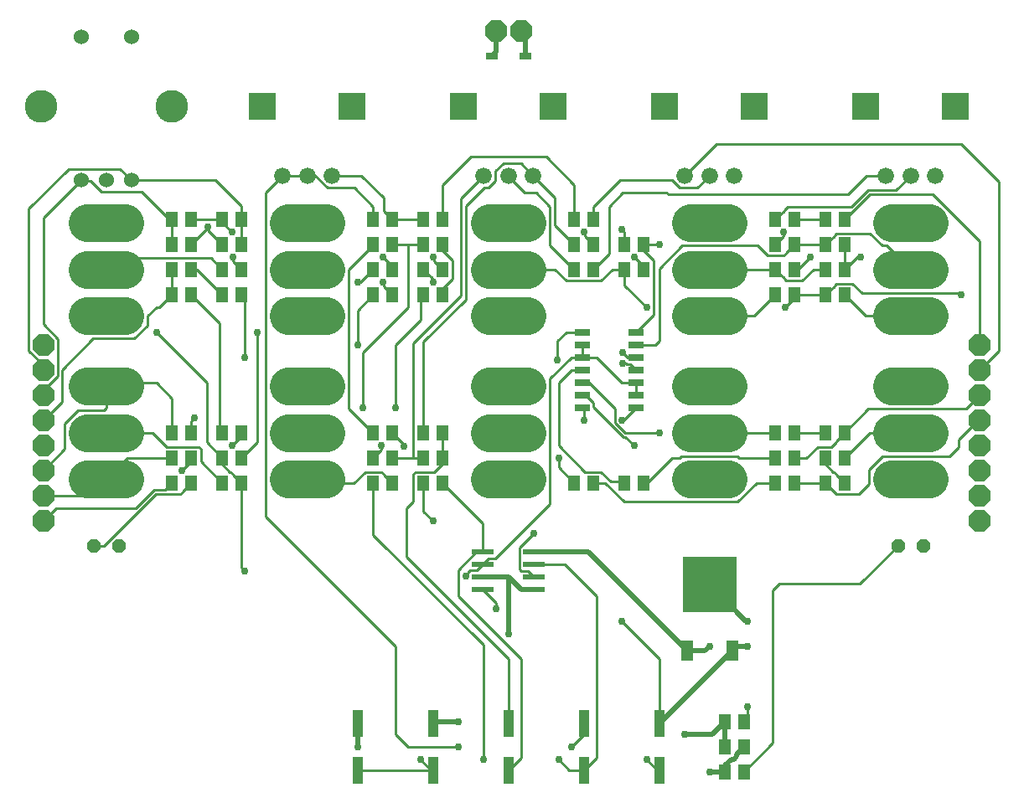
<source format=gbr>
G04 EAGLE Gerber RS-274X export*
G75*
%MOMM*%
%FSLAX34Y34*%
%LPD*%
%INTop Copper*%
%IPPOS*%
%AMOC8*
5,1,8,0,0,1.08239X$1,22.5*%
G01*
%ADD10P,2.336880X8X22.500000*%
%ADD11C,1.676400*%
%ADD12R,2.800000X2.800000*%
%ADD13R,1.000000X2.800000*%
%ADD14R,1.300000X1.500000*%
%ADD15R,1.200000X0.750000*%
%ADD16R,1.300000X2.150000*%
%ADD17R,5.500000X5.700000*%
%ADD18R,2.200000X0.600000*%
%ADD19R,1.525000X0.650000*%
%ADD20P,1.429621X8X22.500000*%
%ADD21C,3.810000*%
%ADD22C,1.524000*%
%ADD23C,3.302000*%
%ADD24C,0.508000*%
%ADD25C,0.756400*%
%ADD26C,0.254000*%


D10*
X984250Y355600D03*
X495300Y774700D03*
X38100Y457200D03*
D11*
X329800Y628500D03*
X304800Y628500D03*
X279800Y628500D03*
D12*
X259800Y698500D03*
X349800Y698500D03*
D13*
X355600Y27300D03*
X355600Y74300D03*
X660400Y27300D03*
X660400Y74300D03*
X431800Y27300D03*
X431800Y74300D03*
D14*
X168300Y558800D03*
X187300Y558800D03*
X574700Y584200D03*
X593700Y584200D03*
X796900Y584200D03*
X777900Y584200D03*
X219100Y558800D03*
X238100Y558800D03*
X422300Y342900D03*
X441300Y342900D03*
X574700Y558800D03*
X593700Y558800D03*
X574700Y533400D03*
X593700Y533400D03*
X390500Y584200D03*
X371500Y584200D03*
X777900Y317500D03*
X796900Y317500D03*
D13*
X508000Y27300D03*
X508000Y74300D03*
D14*
X777900Y342900D03*
X796900Y342900D03*
X371500Y558800D03*
X390500Y558800D03*
X187300Y533400D03*
X168300Y533400D03*
X644500Y558800D03*
X625500Y558800D03*
X828700Y317500D03*
X847700Y317500D03*
X847700Y368300D03*
X828700Y368300D03*
X422300Y558800D03*
X441300Y558800D03*
X168300Y508000D03*
X187300Y508000D03*
D13*
X584200Y27300D03*
X584200Y74300D03*
D15*
X491000Y749300D03*
X525000Y749300D03*
D10*
X38100Y330200D03*
X38100Y431800D03*
X38100Y406400D03*
X984250Y431800D03*
D11*
X736200Y628500D03*
X711200Y628500D03*
X686200Y628500D03*
D12*
X666200Y698500D03*
X756200Y698500D03*
D10*
X520700Y774700D03*
X984250Y304800D03*
D16*
X688350Y148000D03*
D17*
X711200Y214650D03*
D16*
X734050Y148000D03*
D18*
X482000Y234950D03*
X534000Y234950D03*
X482000Y247650D03*
X482000Y222250D03*
X482000Y209550D03*
X534000Y247650D03*
X534000Y222250D03*
X534000Y209550D03*
D19*
X582480Y469900D03*
X582480Y457200D03*
X582480Y444500D03*
X582480Y431800D03*
X582480Y419100D03*
X582480Y406400D03*
X582480Y393700D03*
X636720Y393700D03*
X636720Y406400D03*
X636720Y419100D03*
X636720Y431800D03*
X636720Y444500D03*
X636720Y457200D03*
X636720Y469900D03*
D20*
X901700Y254000D03*
X927100Y254000D03*
X88900Y254000D03*
X114300Y254000D03*
D11*
X939400Y628500D03*
X914400Y628500D03*
X889400Y628500D03*
D12*
X869400Y698500D03*
X959400Y698500D03*
D10*
X984250Y457200D03*
X984250Y381000D03*
X984250Y406400D03*
X38100Y355600D03*
X38100Y381000D03*
D14*
X727100Y50800D03*
X746100Y50800D03*
X847700Y558800D03*
X828700Y558800D03*
X219100Y317500D03*
X238100Y317500D03*
X168300Y368300D03*
X187300Y368300D03*
X168300Y342900D03*
X187300Y342900D03*
X828700Y508000D03*
X847700Y508000D03*
X796900Y508000D03*
X777900Y508000D03*
X371500Y533400D03*
X390500Y533400D03*
X219100Y342900D03*
X238100Y342900D03*
X219100Y533400D03*
X238100Y533400D03*
X746100Y76200D03*
X727100Y76200D03*
X187300Y317500D03*
X168300Y317500D03*
X187300Y584200D03*
X168300Y584200D03*
X219100Y584200D03*
X238100Y584200D03*
X796900Y558800D03*
X777900Y558800D03*
X441300Y584200D03*
X422300Y584200D03*
X847700Y584200D03*
X828700Y584200D03*
X777900Y533400D03*
X796900Y533400D03*
X422300Y368300D03*
X441300Y368300D03*
X371500Y342900D03*
X390500Y342900D03*
X441300Y317500D03*
X422300Y317500D03*
X593700Y317500D03*
X574700Y317500D03*
X644500Y317500D03*
X625500Y317500D03*
X371500Y368300D03*
X390500Y368300D03*
X219100Y508000D03*
X238100Y508000D03*
X644500Y533400D03*
X625500Y533400D03*
X847700Y533400D03*
X828700Y533400D03*
X441300Y533400D03*
X422300Y533400D03*
X746100Y25400D03*
X727100Y25400D03*
X847700Y342900D03*
X828700Y342900D03*
X777900Y368300D03*
X796900Y368300D03*
X422300Y508000D03*
X441300Y508000D03*
X238100Y368300D03*
X219100Y368300D03*
X390500Y317500D03*
X371500Y317500D03*
X371500Y508000D03*
X390500Y508000D03*
D21*
X895350Y321310D02*
X933450Y321310D01*
X933450Y368300D02*
X895350Y368300D01*
X895350Y415290D02*
X933450Y415290D01*
X323850Y321310D02*
X285750Y321310D01*
X285750Y368300D02*
X323850Y368300D01*
X323850Y415290D02*
X285750Y415290D01*
X120650Y415290D02*
X82550Y415290D01*
X82550Y368300D02*
X120650Y368300D01*
X120650Y321310D02*
X82550Y321310D01*
X895350Y580390D02*
X933450Y580390D01*
X933450Y533400D02*
X895350Y533400D01*
X895350Y486410D02*
X933450Y486410D01*
X730250Y580390D02*
X692150Y580390D01*
X692150Y533400D02*
X730250Y533400D01*
X730250Y486410D02*
X692150Y486410D01*
X527050Y580390D02*
X488950Y580390D01*
X488950Y533400D02*
X527050Y533400D01*
X527050Y486410D02*
X488950Y486410D01*
X323850Y580390D02*
X285750Y580390D01*
X285750Y533400D02*
X323850Y533400D01*
X323850Y486410D02*
X285750Y486410D01*
X120650Y580390D02*
X82550Y580390D01*
X82550Y533400D02*
X120650Y533400D01*
X120650Y486410D02*
X82550Y486410D01*
X692150Y321310D02*
X730250Y321310D01*
X730250Y368300D02*
X692150Y368300D01*
X692150Y415290D02*
X730250Y415290D01*
X527050Y321310D02*
X488950Y321310D01*
X488950Y368300D02*
X527050Y368300D01*
X527050Y415290D02*
X488950Y415290D01*
D10*
X984250Y330200D03*
X38100Y279400D03*
D22*
X101600Y623570D03*
X76200Y768350D03*
D23*
X35560Y698500D03*
X167640Y698500D03*
D22*
X127000Y768350D03*
X76200Y623570D03*
X127000Y623570D03*
D11*
X533000Y628500D03*
X508000Y628500D03*
X483000Y628500D03*
D12*
X463000Y698500D03*
X553000Y698500D03*
D10*
X984250Y279400D03*
X38100Y304800D03*
D24*
X491000Y749300D02*
X495300Y753600D01*
X495300Y774700D01*
D25*
X711200Y152400D03*
D24*
X706800Y148000D01*
X688350Y148000D01*
X588700Y247650D02*
X534000Y247650D01*
X588700Y247650D02*
X688350Y148000D01*
X355600Y74300D02*
X355600Y50800D01*
D25*
X355600Y50800D03*
D24*
X727100Y31800D02*
X727100Y25400D01*
X727100Y31800D02*
X733520Y38220D01*
X735704Y38220D01*
X738680Y41196D01*
X738680Y43380D01*
X746100Y50800D01*
X727100Y25400D02*
X711200Y25400D01*
D25*
X711200Y25400D03*
D24*
X525000Y749300D02*
X525000Y770400D01*
X520700Y774700D01*
X711200Y214650D02*
X748050Y177800D01*
X749300Y177800D01*
D25*
X749300Y177800D03*
D26*
X187300Y339700D02*
X187300Y342900D01*
X187300Y339700D02*
X177800Y330200D01*
D25*
X177800Y330200D03*
X584200Y571500D03*
D26*
X431800Y27300D02*
X429900Y27300D01*
X419100Y38100D01*
D25*
X419100Y38100D03*
D26*
X495300Y196250D02*
X482000Y209550D01*
X495300Y196250D02*
X495300Y190500D01*
D25*
X495300Y190500D03*
D26*
X658500Y27300D02*
X660400Y27300D01*
X658500Y27300D02*
X647700Y38100D01*
D25*
X647700Y38100D03*
X379730Y355600D03*
D26*
X379730Y351130D01*
X371500Y342900D01*
X355600Y27300D02*
X431800Y27300D01*
X593700Y558800D02*
X585010Y567490D01*
X585010Y567878D01*
X584200Y568688D01*
X584200Y571500D01*
X582480Y393700D02*
X584200Y391980D01*
X584200Y381000D01*
D25*
X584200Y381000D03*
X431800Y520700D03*
D26*
X430990Y524710D02*
X422300Y533400D01*
X430990Y524710D02*
X430990Y524322D01*
X431800Y523512D01*
X431800Y520700D01*
D25*
X381000Y520700D03*
D26*
X381810Y516690D02*
X390500Y508000D01*
X381810Y516690D02*
X381810Y517078D01*
X381000Y517888D01*
X381000Y520700D01*
X204470Y573430D02*
X204470Y576580D01*
X204470Y573430D02*
X219100Y558800D01*
D25*
X204470Y576580D03*
D26*
X204470Y575970D01*
X187300Y558800D01*
X625500Y558800D02*
X625500Y570840D01*
X622300Y574040D01*
D25*
X622300Y574040D03*
D26*
X786130Y571500D02*
X786130Y567030D01*
X777900Y558800D01*
D25*
X786130Y571500D03*
D26*
X796900Y533400D02*
X800100Y533400D01*
X812800Y546100D01*
D25*
X812800Y546100D03*
D26*
X749300Y79400D02*
X746100Y76200D01*
X749300Y79400D02*
X749300Y91440D01*
D25*
X749300Y91440D03*
D26*
X187300Y368300D02*
X187300Y380340D01*
X190500Y383540D01*
D25*
X190500Y383540D03*
D24*
X660400Y74300D02*
X734050Y147950D01*
X734050Y148000D01*
D25*
X749300Y152400D03*
D24*
X738500Y152400D01*
X734050Y147950D01*
D25*
X228600Y571500D03*
D26*
X219100Y581000D02*
X219100Y584200D01*
X219100Y581000D02*
X228600Y571500D01*
X219100Y342900D02*
X219100Y336500D01*
X229410Y326190D02*
X238100Y317500D01*
X229410Y326190D02*
X229410Y326578D01*
X227178Y328810D01*
X226790Y328810D01*
X219100Y336500D01*
D25*
X965200Y508000D03*
D26*
X855778Y519310D02*
X839622Y519310D01*
X963930Y509270D02*
X965200Y508000D01*
X963930Y509270D02*
X865818Y509270D01*
X855778Y519310D01*
X828700Y508000D02*
X796900Y508000D01*
X828700Y508000D02*
X837390Y516690D01*
X837390Y517078D01*
X839622Y519310D01*
D25*
X355600Y520700D03*
D26*
X238100Y317500D02*
X238100Y231800D01*
X241300Y228600D01*
D25*
X241300Y228600D03*
D26*
X660400Y139700D02*
X660400Y74300D01*
X660400Y139700D02*
X622300Y177800D01*
D25*
X622300Y177800D03*
D26*
X358800Y520700D02*
X355600Y520700D01*
X358800Y520700D02*
X371500Y533400D01*
X219100Y584200D02*
X187300Y584200D01*
X644500Y558800D02*
X644500Y552788D01*
X654810Y542478D01*
X654810Y487990D01*
X636720Y469900D01*
X219100Y342900D02*
X203200Y358800D01*
X203200Y419100D02*
X152400Y469900D01*
D25*
X152400Y469900D03*
D26*
X203200Y419100D02*
X203200Y358800D01*
X796900Y504800D02*
X796900Y508000D01*
X796900Y504800D02*
X787400Y495300D01*
D25*
X787400Y495300D03*
X660400Y558800D03*
D26*
X644500Y558800D01*
D24*
X433700Y76200D02*
X431800Y74300D01*
X433700Y76200D02*
X457200Y76200D01*
D25*
X457200Y76200D03*
X508000Y165100D03*
D24*
X508000Y222250D02*
X482000Y222250D01*
X508000Y222250D02*
X520700Y209550D01*
X534000Y209550D01*
X714400Y63500D02*
X727100Y76200D01*
X714400Y63500D02*
X685800Y63500D01*
D25*
X685800Y63500D03*
D24*
X727100Y50800D02*
X727100Y76200D01*
X508000Y165100D02*
X508000Y222250D01*
D26*
X38100Y431800D02*
X38100Y436545D01*
X23495Y451150D01*
X23495Y594995D01*
X63500Y635000D01*
X115570Y635000D02*
X127000Y623570D01*
X115570Y635000D02*
X63500Y635000D01*
X238100Y584200D02*
X238100Y558800D01*
X211818Y623570D02*
X127000Y623570D01*
X238100Y597288D02*
X238100Y584200D01*
X238100Y597288D02*
X211818Y623570D01*
X75565Y622935D02*
X38100Y585470D01*
X75565Y622935D02*
X76200Y623570D01*
X38100Y411145D02*
X38100Y406400D01*
X38100Y477855D02*
X38100Y585470D01*
X52705Y425750D02*
X38100Y411145D01*
X52705Y425750D02*
X52705Y463250D01*
X38100Y477855D01*
X168300Y558800D02*
X168300Y584200D01*
X86071Y622935D02*
X75565Y622935D01*
X86071Y622935D02*
X96866Y612140D01*
X114300Y612140D02*
X114960Y612140D01*
X114300Y612140D02*
X96866Y612140D01*
X114960Y612140D02*
X137160Y612140D01*
X165100Y584200D02*
X168300Y584200D01*
X165100Y584200D02*
X137160Y612140D01*
X837390Y567878D02*
X839622Y570110D01*
X885881Y557530D02*
X890270Y557530D01*
X914400Y533400D01*
X837390Y567490D02*
X828700Y558800D01*
X837390Y567490D02*
X837390Y567878D01*
X839622Y570110D02*
X873301Y570110D01*
X885881Y557530D01*
X828700Y558800D02*
X796900Y558800D01*
X788210Y549722D02*
X785978Y547490D01*
X769822Y547490D01*
X788210Y550110D02*
X796900Y558800D01*
X788210Y550110D02*
X788210Y549722D01*
X769822Y547490D02*
X759782Y557530D01*
X683951Y557530D02*
X660400Y533979D01*
X683951Y557530D02*
X759782Y557530D01*
X660400Y461010D02*
X656590Y457200D01*
X636720Y457200D01*
X660400Y461010D02*
X660400Y533979D01*
X788822Y522090D02*
X804978Y522090D01*
X788822Y522090D02*
X786590Y524322D01*
X816288Y533400D02*
X828700Y533400D01*
X786590Y524710D02*
X786590Y524322D01*
X786590Y524710D02*
X777900Y533400D01*
X804978Y522090D02*
X816288Y533400D01*
D25*
X660400Y368300D03*
D26*
X615724Y378276D02*
X615724Y392656D01*
X615724Y378276D02*
X625700Y368300D01*
X660400Y368300D01*
X589280Y419100D02*
X582480Y419100D01*
X589280Y419100D02*
X615724Y392656D01*
X711200Y533400D02*
X777900Y533400D01*
D25*
X431800Y546100D03*
D26*
X432610Y542090D02*
X441300Y533400D01*
X432610Y542090D02*
X432610Y542478D01*
X431800Y543288D01*
X431800Y546100D01*
X508000Y533400D02*
X555312Y533400D01*
X613088Y533400D02*
X625500Y533400D01*
X566622Y522090D02*
X555312Y533400D01*
X566622Y522090D02*
X601778Y522090D01*
X613088Y533400D01*
X625500Y533400D02*
X625500Y517500D01*
X647700Y495300D01*
D25*
X647700Y495300D03*
X635000Y355600D03*
D26*
X626364Y364236D01*
X624017Y364236D01*
X593915Y394338D01*
X593915Y398528D01*
X586043Y406400D01*
X582480Y406400D01*
X229870Y541630D02*
X229870Y546100D01*
X229870Y541630D02*
X238100Y533400D01*
D25*
X229870Y546100D03*
D26*
X628650Y444500D02*
X636720Y444500D01*
X628650Y444500D02*
X623570Y449580D01*
D25*
X623570Y449580D03*
X355600Y457200D03*
D26*
X355600Y492100D01*
X371500Y508000D01*
X50800Y292100D02*
X38100Y279400D01*
X50800Y292100D02*
X131925Y292100D01*
X150079Y310254D01*
X161054Y310254D02*
X168300Y317500D01*
X161054Y310254D02*
X150079Y310254D01*
X176378Y306190D02*
X178610Y308422D01*
X178610Y308810D01*
X187300Y317500D01*
X99572Y254000D02*
X88900Y254000D01*
X99572Y254000D02*
X151762Y306190D01*
X176378Y306190D01*
X847700Y508000D02*
X869290Y486410D01*
X914400Y486410D01*
X777900Y508000D02*
X756310Y486410D01*
X711200Y486410D01*
X390500Y533400D02*
X390500Y536600D01*
X381000Y546100D01*
D25*
X381000Y546100D03*
D26*
X254000Y358800D02*
X238100Y342900D01*
X254000Y358800D02*
X254000Y469900D01*
D25*
X254000Y469900D03*
D26*
X101600Y415290D02*
X101600Y393700D01*
X73081Y391160D02*
X59690Y377769D01*
X73081Y391160D02*
X99060Y391160D01*
X101600Y393700D01*
X59690Y351790D02*
X38100Y330200D01*
X59690Y351790D02*
X59690Y377769D01*
X101600Y415290D02*
X105410Y419100D01*
X152400Y419100D01*
X168300Y403200D02*
X168300Y368300D01*
X168300Y403200D02*
X152400Y419100D01*
X168300Y342900D02*
X123190Y342900D01*
X101600Y321310D01*
X85090Y304800D02*
X38100Y304800D01*
X85090Y304800D02*
X101600Y321310D01*
X847700Y584200D02*
X873100Y609600D01*
X936569Y609600D02*
X984250Y561919D01*
X936569Y609600D02*
X873100Y609600D01*
X984250Y561919D02*
X984250Y457200D01*
X441300Y584200D02*
X441300Y619100D01*
X469900Y647700D01*
X546100Y647700D01*
X574700Y619100D02*
X574700Y584200D01*
X574700Y619100D02*
X546100Y647700D01*
X304800Y321310D02*
X308610Y317500D01*
X363422Y328810D02*
X379578Y328810D01*
X381810Y326578D01*
X352112Y317500D02*
X308610Y317500D01*
X381810Y326190D02*
X381810Y326578D01*
X381810Y326190D02*
X390500Y317500D01*
X363422Y328810D02*
X352112Y317500D01*
D25*
X533400Y266700D03*
D26*
X519190Y230372D02*
X521422Y228140D01*
X528110Y228140D01*
X533400Y266438D02*
X533400Y266700D01*
X519190Y252228D02*
X519190Y230372D01*
X519190Y252228D02*
X533400Y266438D01*
X528110Y228140D02*
X534000Y222250D01*
D25*
X241300Y444500D03*
X623570Y438150D03*
D26*
X626807Y438150D01*
X627517Y437440D01*
X631080Y437440D01*
X636720Y431800D01*
X241300Y504800D02*
X238100Y508000D01*
X241300Y504800D02*
X241300Y444500D01*
D25*
X402590Y354330D03*
D26*
X624020Y381000D02*
X636720Y393700D01*
X624020Y381000D02*
X622300Y381000D01*
D25*
X622300Y381000D03*
D26*
X402590Y356210D02*
X390500Y368300D01*
X402590Y356210D02*
X402590Y354330D01*
X571500Y431800D02*
X582480Y431800D01*
X571500Y431800D02*
X558800Y419100D01*
X558800Y355600D01*
X585590Y328810D02*
X601778Y328810D01*
X611344Y319244D01*
X585590Y328810D02*
X558800Y355600D01*
X623756Y319244D02*
X625500Y317500D01*
X623756Y319244D02*
X611344Y319244D01*
D25*
X464820Y223520D03*
D26*
X467190Y226828D02*
X469422Y229060D01*
X476110Y229060D01*
X482000Y234950D01*
X467190Y225890D02*
X464820Y223520D01*
X467190Y225890D02*
X467190Y226828D01*
X431800Y279400D02*
X422300Y288900D01*
D25*
X431800Y279400D03*
D26*
X422300Y288900D02*
X422300Y317500D01*
X487890Y240840D02*
X482000Y234950D01*
X487890Y240840D02*
X494578Y240840D01*
X549910Y296172D01*
X636720Y406400D02*
X636720Y419100D01*
X582480Y444500D02*
X582480Y457200D01*
X582480Y444500D02*
X571500Y444500D01*
X549910Y422910D01*
X549910Y296172D01*
X582480Y444500D02*
X596900Y444500D01*
X622300Y419100D01*
X636720Y419100D01*
D25*
X557530Y441960D03*
X558800Y342900D03*
D26*
X558800Y333400D01*
X557530Y441960D02*
X557530Y461010D01*
X566420Y469900D01*
X582480Y469900D01*
X558800Y333400D02*
X574700Y317500D01*
X777900Y584200D02*
X786590Y592890D01*
X786590Y593278D01*
X790212Y596900D01*
X854653Y596900D02*
X871417Y613664D01*
X899564Y613664D02*
X914400Y628500D01*
X899564Y613664D02*
X871417Y613664D01*
X854653Y596900D02*
X790212Y596900D01*
X796900Y584200D02*
X828700Y584200D01*
X574700Y558800D02*
X554990Y578510D01*
X554990Y606510D02*
X533000Y628500D01*
X554990Y606510D02*
X554990Y578510D01*
X533000Y628500D02*
X520808Y640692D01*
X495192Y623450D02*
X488050Y616308D01*
X483616Y616308D01*
X464820Y597512D01*
X495192Y632934D02*
X502950Y640692D01*
X495192Y632934D02*
X495192Y623450D01*
X502950Y640692D02*
X520808Y640692D01*
X422300Y460400D02*
X422300Y368300D01*
X464820Y502920D02*
X464820Y597512D01*
X464820Y502920D02*
X422300Y460400D01*
X422300Y342900D02*
X411480Y342900D01*
X390500Y342900D01*
X411480Y342900D02*
X411480Y458792D01*
X459740Y507052D01*
X459740Y605240D02*
X483000Y628500D01*
X459740Y605240D02*
X459740Y507052D01*
X549910Y558190D02*
X574700Y533400D01*
X549910Y558190D02*
X549910Y596900D01*
X535940Y610870D01*
X524510Y610870D01*
X508000Y627380D01*
X508000Y628500D01*
X593700Y533400D02*
X609600Y549300D01*
X609600Y596900D01*
X623570Y610870D01*
X668020Y610870D01*
X669290Y609600D01*
X850900Y609600D01*
X869800Y628500D02*
X889400Y628500D01*
X869800Y628500D02*
X850900Y609600D01*
X520700Y40000D02*
X508000Y27300D01*
X520700Y40000D02*
X520700Y139700D01*
X457200Y229538D02*
X475312Y247650D01*
X457200Y229538D02*
X457200Y203200D01*
X475312Y247650D02*
X482000Y247650D01*
X482000Y276800D02*
X441300Y317500D01*
X482000Y276800D02*
X482000Y247650D01*
X457200Y203200D02*
X520700Y139700D01*
X508000Y139700D02*
X508000Y74300D01*
X405130Y242570D02*
X405130Y292100D01*
X405130Y242570D02*
X508000Y139700D01*
X441300Y342900D02*
X441300Y368300D01*
X414222Y328810D02*
X411990Y326578D01*
X411990Y298960D02*
X405130Y292100D01*
X433222Y328810D02*
X441300Y336888D01*
X441300Y342900D01*
X411990Y326578D02*
X411990Y298960D01*
X414222Y328810D02*
X433222Y328810D01*
D25*
X863600Y546100D03*
D26*
X113030Y544830D02*
X101600Y533400D01*
X207670Y544830D02*
X219100Y533400D01*
X207670Y544830D02*
X113030Y544830D01*
X847700Y533400D02*
X847700Y558800D01*
X860400Y546100D02*
X847700Y533400D01*
X860400Y546100D02*
X863600Y546100D01*
X644500Y536600D02*
X644500Y533400D01*
X644500Y536600D02*
X635000Y546100D01*
D25*
X635000Y546100D03*
D26*
X775208Y54508D02*
X746100Y25400D01*
X775208Y208696D02*
X781904Y215392D01*
X775208Y208696D02*
X775208Y54508D01*
X781904Y215392D02*
X863092Y215392D01*
X901700Y254000D01*
X381810Y605978D02*
X359288Y628500D01*
X329800Y628500D01*
X381810Y605978D02*
X381810Y592890D01*
X390500Y584200D01*
X422300Y584200D01*
X965200Y660400D02*
X1003300Y622300D01*
X1003300Y450850D02*
X984250Y431800D01*
X749300Y660400D02*
X743100Y660400D01*
X749300Y660400D02*
X965200Y660400D01*
X1003300Y622300D02*
X1003300Y450850D01*
X718100Y660400D02*
X686200Y628500D01*
X718100Y660400D02*
X743100Y660400D01*
X620700Y623900D02*
X593700Y596900D01*
X593700Y584200D01*
X620700Y623900D02*
X673558Y623900D01*
X681150Y616308D01*
X699008Y616308D01*
X711200Y628500D01*
X596900Y40000D02*
X584200Y27300D01*
X596900Y203200D02*
X565150Y234950D01*
X534000Y234950D01*
X596900Y203200D02*
X596900Y40000D01*
D25*
X482600Y38100D03*
D26*
X482600Y153605D01*
D25*
X558800Y38100D03*
D26*
X569600Y27300D01*
X584200Y27300D01*
X371500Y264705D02*
X371500Y317500D01*
X371500Y264705D02*
X482600Y153605D01*
X197610Y351978D02*
X195378Y354210D01*
X197610Y351978D02*
X197610Y338990D01*
X219100Y317500D01*
X148912Y368300D02*
X101600Y368300D01*
X148912Y368300D02*
X163002Y354210D01*
X195378Y354210D01*
X796900Y317500D02*
X828312Y317500D01*
X828700Y317500D01*
X963295Y353695D02*
X963295Y361650D01*
X963295Y353695D02*
X953770Y344170D01*
X982645Y381000D02*
X984250Y381000D01*
X982645Y381000D02*
X963295Y361650D01*
X953770Y344170D02*
X885881Y344170D01*
X862210Y306190D02*
X839622Y306190D01*
X828312Y317500D01*
X862210Y306190D02*
X872490Y316470D01*
X872490Y330779D01*
X885881Y344170D01*
X777900Y317500D02*
X758769Y317500D01*
X739719Y298450D01*
X606112Y317500D02*
X593700Y317500D01*
X606112Y317500D02*
X625162Y298450D01*
X739719Y298450D01*
X828700Y336500D02*
X828700Y342900D01*
X839010Y326190D02*
X847700Y317500D01*
X839010Y326190D02*
X839010Y326578D01*
X836778Y328810D01*
X836390Y328810D01*
X828700Y336500D01*
X847700Y342900D02*
X873100Y368300D01*
X914400Y368300D01*
X828700Y368300D02*
X796900Y368300D01*
X777900Y368300D02*
X711200Y368300D01*
X839010Y359610D02*
X847700Y368300D01*
X839010Y359610D02*
X839010Y359222D01*
X809312Y342900D02*
X796900Y342900D01*
X809312Y342900D02*
X820622Y354210D01*
X833998Y354210D02*
X839010Y359222D01*
X833998Y354210D02*
X820622Y354210D01*
X847700Y368300D02*
X871830Y392430D01*
X970280Y392430D02*
X984250Y406400D01*
X970280Y392430D02*
X871830Y392430D01*
X777900Y342900D02*
X740989Y342900D01*
X739719Y344170D01*
X682681Y344170D01*
X681411Y342900D01*
X673100Y342900D01*
X647700Y317500D01*
X644500Y317500D01*
X422300Y508000D02*
X419100Y504800D01*
X419100Y482600D01*
X393700Y457200D02*
X393700Y393700D01*
D25*
X393700Y393700D03*
D26*
X393700Y457200D02*
X419100Y482600D01*
X451610Y524322D02*
X451610Y542478D01*
X441300Y514012D02*
X441300Y508000D01*
X441300Y552788D02*
X441300Y558800D01*
X451610Y524322D02*
X441300Y514012D01*
X451610Y542478D02*
X441300Y552788D01*
X422300Y558800D02*
X406400Y558800D01*
X390500Y558800D01*
X360680Y449580D02*
X360680Y393700D01*
D25*
X360680Y393700D03*
D26*
X406400Y495300D02*
X406400Y558800D01*
X406400Y495300D02*
X360680Y449580D01*
X346710Y393090D02*
X371500Y368300D01*
X346710Y393090D02*
X346710Y533400D01*
X371500Y558190D01*
X371500Y558800D01*
X238100Y368300D02*
X238100Y365100D01*
X228600Y355600D01*
D25*
X228600Y355600D03*
D26*
X215900Y479400D02*
X187300Y508000D01*
X215900Y371500D02*
X219100Y368300D01*
X215900Y371500D02*
X215900Y479400D01*
X56769Y431800D02*
X56769Y399669D01*
X38100Y381000D01*
X56769Y431800D02*
X88519Y463550D01*
X130119Y463550D01*
X143510Y476941D01*
X143510Y486410D01*
X152400Y495300D01*
X155600Y495300D01*
X168300Y508000D01*
X168300Y533400D01*
X187300Y533400D02*
X193700Y533400D01*
X219100Y508000D01*
X279800Y628500D02*
X304800Y628500D01*
X371500Y596900D02*
X371500Y584200D01*
X371500Y596900D02*
X352450Y615950D01*
X312558Y628500D02*
X304800Y628500D01*
X312558Y628500D02*
X325108Y615950D01*
X352450Y615950D01*
X262890Y611590D02*
X262890Y283210D01*
X262890Y611590D02*
X279800Y628500D01*
X262890Y283210D02*
X393700Y152400D01*
X393700Y63500D01*
X406400Y50800D01*
D25*
X457200Y50800D03*
X571500Y50800D03*
D26*
X584200Y63500D01*
X584200Y74300D01*
X457200Y50800D02*
X406400Y50800D01*
M02*

</source>
